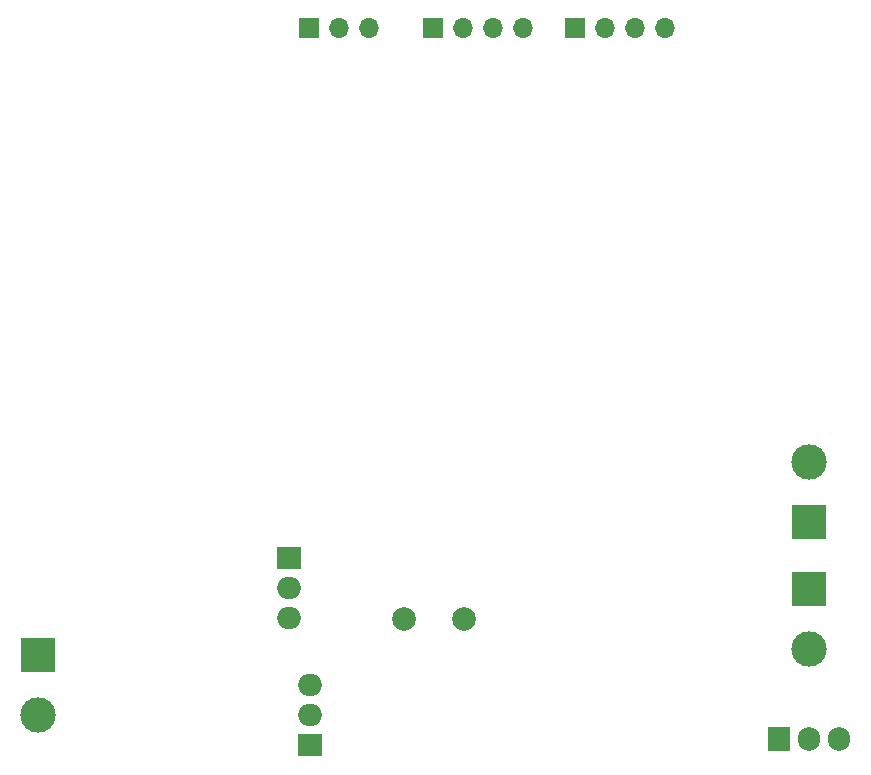
<source format=gbr>
%TF.GenerationSoftware,KiCad,Pcbnew,7.0.5*%
%TF.CreationDate,2024-05-08T14:59:28+07:00*%
%TF.ProjectId,Project232,50726f6a-6563-4743-9233-322e6b696361,rev?*%
%TF.SameCoordinates,Original*%
%TF.FileFunction,Soldermask,Bot*%
%TF.FilePolarity,Negative*%
%FSLAX46Y46*%
G04 Gerber Fmt 4.6, Leading zero omitted, Abs format (unit mm)*
G04 Created by KiCad (PCBNEW 7.0.5) date 2024-05-08 14:59:28*
%MOMM*%
%LPD*%
G01*
G04 APERTURE LIST*
%ADD10R,1.700000X1.700000*%
%ADD11O,1.700000X1.700000*%
%ADD12R,3.000000X3.000000*%
%ADD13C,3.000000*%
%ADD14R,2.000000X1.905000*%
%ADD15O,2.000000X1.905000*%
%ADD16C,2.000000*%
%ADD17R,1.905000X2.000000*%
%ADD18O,1.905000X2.000000*%
G04 APERTURE END LIST*
D10*
%TO.C,J4*%
X146304000Y-69342000D03*
D11*
X148844000Y-69342000D03*
X151384000Y-69342000D03*
X153924000Y-69342000D03*
%TD*%
D12*
%TO.C,TER3*%
X166116000Y-116840000D03*
D13*
X166116000Y-121920000D03*
%TD*%
D12*
%TO.C,TER1*%
X100838000Y-122428000D03*
D13*
X100838000Y-127508000D03*
%TD*%
D14*
%TO.C,Q2*%
X122041800Y-114173000D03*
D15*
X122041800Y-116713000D03*
X122041800Y-119253000D03*
%TD*%
D16*
%TO.C,L1*%
X131749800Y-119380000D03*
X136829800Y-119380000D03*
%TD*%
D17*
%TO.C,Q3*%
X163576000Y-129540000D03*
D18*
X166116000Y-129540000D03*
X168656000Y-129540000D03*
%TD*%
D12*
%TO.C,TER2*%
X166070400Y-111125000D03*
D13*
X166070400Y-106045000D03*
%TD*%
D10*
%TO.C,J3*%
X123723400Y-69342000D03*
D11*
X126263400Y-69342000D03*
X128803400Y-69342000D03*
%TD*%
D14*
%TO.C,Q1*%
X123845202Y-130048002D03*
D15*
X123845202Y-127508002D03*
X123845202Y-124968002D03*
%TD*%
D10*
%TO.C,J2*%
X134249000Y-69342000D03*
D11*
X136789000Y-69342000D03*
X139329000Y-69342000D03*
X141869000Y-69342000D03*
%TD*%
M02*

</source>
